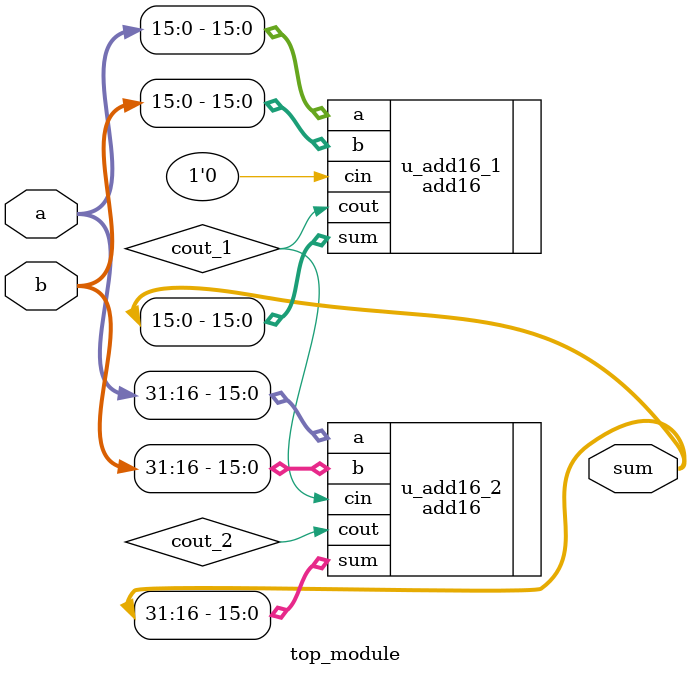
<source format=v>
module top_module(
    input [31:0] a,
    input [31:0] b,
    output [31:0] sum
);

wire cout_1;
wire cout_2;
add16 u_add16_1(
    .a(a[15:0]),
    .b(b[15:0]),
    .cin(1'b0),
    .sum(sum[15:0]),
    .cout(cout_1)
);

add16 u_add16_2(
    .a(a[31:16]),
    .b(b[31:16]),
    .cin(cout_1),
    .sum(sum[31:16]),
    .cout(cout_2)
);

endmodule
</source>
